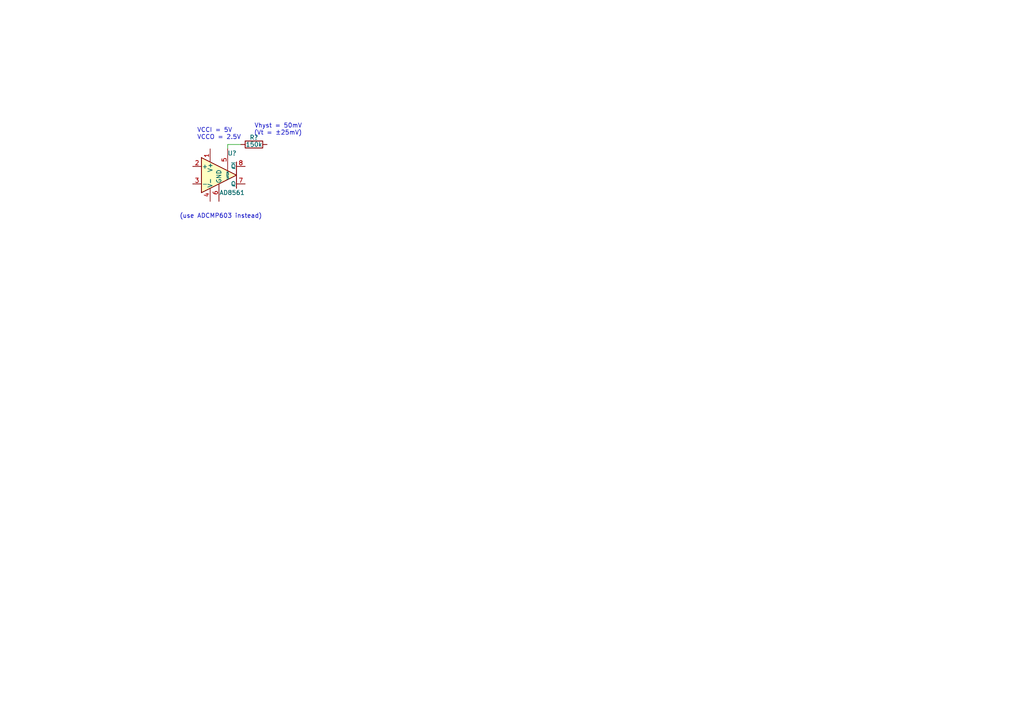
<source format=kicad_sch>
(kicad_sch (version 20200512) (host eeschema "(5.99.0-1651-g301ac3461)")
  (page 1 1)
  (paper "A4")
  (lib_symbols
    (symbol "Comparator:AD8561" (pin_names (offset 0.127))
      (property "Reference" "U" (at 3.81 6.35 0))
      (property "Value" "AD8561" (at 3.81 -5.08 0))
      (symbol "AD8561_0_1"
        (polyline (pts (xy 5.08 3.81) (xy 5.08 -3.81)) (stroke (width 0.254)))
        (polyline (pts (xy -5.08 5.08) (xy 5.08 0) (xy -5.08 -5.08) (xy -5.08 5.08)) (stroke (width 0.254)) (fill (type background)))
      )
      (symbol "AD8561_1_1"
        (pin power_in line (at -2.54 7.62 270) (length 3.81) (name "V+") (number "1"))
        (pin input line (at -7.62 2.54 0) (length 2.54) (name "+") (number "2"))
        (pin input line (at -7.62 -2.54 0) (length 2.54) (name "-") (number "3"))
        (pin power_in line (at -2.54 -7.62 90) (length 3.81) (name "V-") (number "4"))
        (pin input line (at 2.54 7.62 270) (length 6.35) (name "LATCH") (number "5"))
        (pin power_in line (at 0 -7.62 90) (length 5.08) (name "GND") (number "6"))
        (pin output line (at 7.62 -2.54 180) (length 2.54) (name "Q") (number "7"))
        (pin output line (at 7.62 2.54 180) (length 2.54) (name "~Q") (number "8"))
      )
    )
    (symbol "Device:R" (pin_numbers hide) (pin_names (offset 0))
      (property "Reference" "R" (at 2.032 0 90))
      (property "Value" "R" (at 0 0 90))
      (symbol "R_0_1"
        (rectangle (start -1.016 -2.54) (end 1.016 2.54) (stroke (width 0.254)))
      )
      (symbol "R_1_1"
        (pin passive line (at 0 3.81 270) (length 1.27) (name "~") (number "1"))
        (pin passive line (at 0 -3.81 90) (length 1.27) (name "~") (number "2"))
      )
    )
  )
  (wire (pts (xy 66.04 41.91) (xy 69.85 41.91)))
  (wire (pts (xy 66.04 43.18) (xy 66.04 41.91)))
  (text "(use ADCMP603 instead)" (at 52.07 63.5 0) (effects (font (size 1.27 1.27)) (justify left bottom)))
  (text "VCCI = 5V\nVCCO = 2.5V" (at 57.15 40.64 0) (effects (font (size 1.27 1.27)) (justify left bottom)))
  (text "Vhyst = 50mV\n(Vt = ±25mV)" (at 87.63 39.37 180) (effects (font (size 1.27 1.27)) (justify right bottom)))
  (symbol (lib_id "Device:R") (at 73.66 41.91 90) (unit 1)
    (property "Reference" "R?" (at 73.66 39.878 90))
    (property "Value" "150k" (at 73.66 41.91 90))
  )
  (symbol (lib_id "Comparator:AD8561") (at 63.5 50.8 0) (unit 1)
    (property "Reference" "U?" (at 67.31 44.45 0))
    (property "Value" "AD8561" (at 67.31 55.88 0))
    (property "Datasheet" "https://www.analog.com/media/en/technical-documentation/data-sheets/ad8561.pdf" (effects hide))
  )
)
</source>
